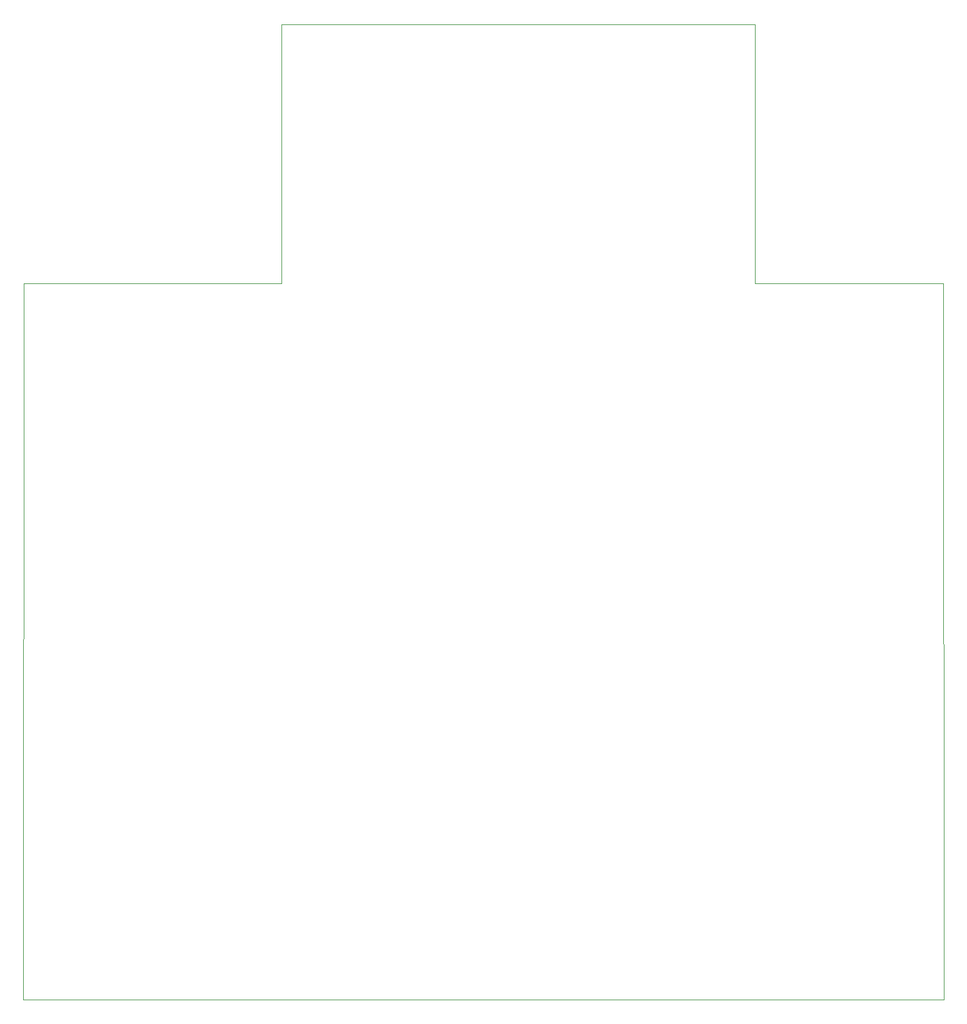
<source format=gm1>
G04 #@! TF.GenerationSoftware,KiCad,Pcbnew,(5.1.2)-2*
G04 #@! TF.CreationDate,2021-07-04T15:20:40+03:00*
G04 #@! TF.ProjectId,control_board,636f6e74-726f-46c5-9f62-6f6172642e6b,rev?*
G04 #@! TF.SameCoordinates,Original*
G04 #@! TF.FileFunction,Profile,NP*
%FSLAX46Y46*%
G04 Gerber Fmt 4.6, Leading zero omitted, Abs format (unit mm)*
G04 Created by KiCad (PCBNEW (5.1.2)-2) date 2021-07-04 15:20:40*
%MOMM*%
%LPD*%
G04 APERTURE LIST*
%ADD10C,0.050000*%
G04 APERTURE END LIST*
D10*
X28550000Y-60000000D02*
X63450000Y-60000000D01*
X28450000Y-156950000D02*
X28550000Y-60000000D01*
X153050000Y-156950000D02*
X28450000Y-156950000D01*
X153000000Y-60000000D02*
X153050000Y-156950000D01*
X127500000Y-60000000D02*
X153000000Y-60000000D01*
X127500000Y-25000000D02*
X127500000Y-60000000D01*
X63450000Y-25000000D02*
X127500000Y-25000000D01*
X63450000Y-60000000D02*
X63450000Y-25000000D01*
M02*

</source>
